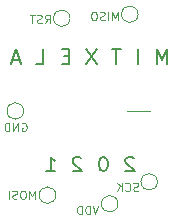
<source format=gbo>
G04 #@! TF.GenerationSoftware,KiCad,Pcbnew,(5.1.8)-1*
G04 #@! TF.CreationDate,2021-06-14T15:46:15+01:00*
G04 #@! TF.ProjectId,amulet,616d756c-6574-42e6-9b69-6361645f7063,rev?*
G04 #@! TF.SameCoordinates,Original*
G04 #@! TF.FileFunction,Legend,Bot*
G04 #@! TF.FilePolarity,Positive*
%FSLAX46Y46*%
G04 Gerber Fmt 4.6, Leading zero omitted, Abs format (unit mm)*
G04 Created by KiCad (PCBNEW (5.1.8)-1) date 2021-06-14 15:46:15*
%MOMM*%
%LPD*%
G01*
G04 APERTURE LIST*
%ADD10C,0.200000*%
%ADD11C,0.120000*%
%ADD12C,0.100000*%
G04 APERTURE END LIST*
D10*
X103714285Y-104007142D02*
X103652380Y-103950000D01*
X103528571Y-103892857D01*
X103219047Y-103892857D01*
X103095238Y-103950000D01*
X103033333Y-104007142D01*
X102971428Y-104121428D01*
X102971428Y-104235714D01*
X103033333Y-104407142D01*
X103776190Y-105092857D01*
X102971428Y-105092857D01*
X101176190Y-103892857D02*
X101052380Y-103892857D01*
X100928571Y-103950000D01*
X100866666Y-104007142D01*
X100804761Y-104121428D01*
X100742857Y-104350000D01*
X100742857Y-104635714D01*
X100804761Y-104864285D01*
X100866666Y-104978571D01*
X100928571Y-105035714D01*
X101052380Y-105092857D01*
X101176190Y-105092857D01*
X101300000Y-105035714D01*
X101361904Y-104978571D01*
X101423809Y-104864285D01*
X101485714Y-104635714D01*
X101485714Y-104350000D01*
X101423809Y-104121428D01*
X101361904Y-104007142D01*
X101300000Y-103950000D01*
X101176190Y-103892857D01*
X99257142Y-104007142D02*
X99195238Y-103950000D01*
X99071428Y-103892857D01*
X98761904Y-103892857D01*
X98638095Y-103950000D01*
X98576190Y-104007142D01*
X98514285Y-104121428D01*
X98514285Y-104235714D01*
X98576190Y-104407142D01*
X99319047Y-105092857D01*
X98514285Y-105092857D01*
X96285714Y-105092857D02*
X97028571Y-105092857D01*
X96657142Y-105092857D02*
X96657142Y-103892857D01*
X96780952Y-104064285D01*
X96904761Y-104178571D01*
X97028571Y-104235714D01*
X106500000Y-95992857D02*
X106500000Y-94792857D01*
X106066666Y-95650000D01*
X105633333Y-94792857D01*
X105633333Y-95992857D01*
X104023809Y-95992857D02*
X104023809Y-94792857D01*
X102600000Y-94792857D02*
X101857142Y-94792857D01*
X102228571Y-95992857D02*
X102228571Y-94792857D01*
X100557142Y-94792857D02*
X99690476Y-95992857D01*
X99690476Y-94792857D02*
X100557142Y-95992857D01*
X98204761Y-95364285D02*
X97771428Y-95364285D01*
X97585714Y-95992857D02*
X98204761Y-95992857D01*
X98204761Y-94792857D01*
X97585714Y-94792857D01*
X95419047Y-95992857D02*
X96038095Y-95992857D01*
X96038095Y-94792857D01*
X94057142Y-95650000D02*
X93438095Y-95650000D01*
X94180952Y-95992857D02*
X93747619Y-94792857D01*
X93314285Y-95992857D01*
D11*
X103090000Y-100000000D02*
X105090000Y-100000000D01*
G04 #@! TO.C,TP9*
X97090000Y-107130000D02*
G75*
G03*
X97090000Y-107130000I-700000J0D01*
G01*
G04 #@! TO.C,TP8*
X104060000Y-91810000D02*
G75*
G03*
X104060000Y-91810000I-700000J0D01*
G01*
G04 #@! TO.C,TP7*
X105700000Y-106000000D02*
G75*
G03*
X105700000Y-106000000I-700000J0D01*
G01*
G04 #@! TO.C,TP6*
X102360000Y-107860000D02*
G75*
G03*
X102360000Y-107860000I-700000J0D01*
G01*
G04 #@! TO.C,TP5*
X94360000Y-100000000D02*
G75*
G03*
X94360000Y-100000000I-700000J0D01*
G01*
G04 #@! TO.C,TP4*
X98300000Y-92150000D02*
G75*
G03*
X98300000Y-92150000I-700000J0D01*
G01*
G04 #@! TO.C,TP9*
D12*
X95320000Y-107436666D02*
X95320000Y-106736666D01*
X95086666Y-107236666D01*
X94853333Y-106736666D01*
X94853333Y-107436666D01*
X94386666Y-106736666D02*
X94253333Y-106736666D01*
X94186666Y-106770000D01*
X94120000Y-106836666D01*
X94086666Y-106970000D01*
X94086666Y-107203333D01*
X94120000Y-107336666D01*
X94186666Y-107403333D01*
X94253333Y-107436666D01*
X94386666Y-107436666D01*
X94453333Y-107403333D01*
X94520000Y-107336666D01*
X94553333Y-107203333D01*
X94553333Y-106970000D01*
X94520000Y-106836666D01*
X94453333Y-106770000D01*
X94386666Y-106736666D01*
X93820000Y-107403333D02*
X93720000Y-107436666D01*
X93553333Y-107436666D01*
X93486666Y-107403333D01*
X93453333Y-107370000D01*
X93420000Y-107303333D01*
X93420000Y-107236666D01*
X93453333Y-107170000D01*
X93486666Y-107136666D01*
X93553333Y-107103333D01*
X93686666Y-107070000D01*
X93753333Y-107036666D01*
X93786666Y-107003333D01*
X93820000Y-106936666D01*
X93820000Y-106870000D01*
X93786666Y-106803333D01*
X93753333Y-106770000D01*
X93686666Y-106736666D01*
X93520000Y-106736666D01*
X93420000Y-106770000D01*
X93120000Y-107436666D02*
X93120000Y-106736666D01*
G04 #@! TO.C,TP8*
X102330000Y-92306666D02*
X102330000Y-91606666D01*
X102096666Y-92106666D01*
X101863333Y-91606666D01*
X101863333Y-92306666D01*
X101530000Y-92306666D02*
X101530000Y-91606666D01*
X101230000Y-92273333D02*
X101130000Y-92306666D01*
X100963333Y-92306666D01*
X100896666Y-92273333D01*
X100863333Y-92240000D01*
X100830000Y-92173333D01*
X100830000Y-92106666D01*
X100863333Y-92040000D01*
X100896666Y-92006666D01*
X100963333Y-91973333D01*
X101096666Y-91940000D01*
X101163333Y-91906666D01*
X101196666Y-91873333D01*
X101230000Y-91806666D01*
X101230000Y-91740000D01*
X101196666Y-91673333D01*
X101163333Y-91640000D01*
X101096666Y-91606666D01*
X100930000Y-91606666D01*
X100830000Y-91640000D01*
X100396666Y-91606666D02*
X100263333Y-91606666D01*
X100196666Y-91640000D01*
X100130000Y-91706666D01*
X100096666Y-91840000D01*
X100096666Y-92073333D01*
X100130000Y-92206666D01*
X100196666Y-92273333D01*
X100263333Y-92306666D01*
X100396666Y-92306666D01*
X100463333Y-92273333D01*
X100530000Y-92206666D01*
X100563333Y-92073333D01*
X100563333Y-91840000D01*
X100530000Y-91706666D01*
X100463333Y-91640000D01*
X100396666Y-91606666D01*
G04 #@! TO.C,TP7*
X104070000Y-106733333D02*
X103970000Y-106766666D01*
X103803333Y-106766666D01*
X103736666Y-106733333D01*
X103703333Y-106700000D01*
X103670000Y-106633333D01*
X103670000Y-106566666D01*
X103703333Y-106500000D01*
X103736666Y-106466666D01*
X103803333Y-106433333D01*
X103936666Y-106400000D01*
X104003333Y-106366666D01*
X104036666Y-106333333D01*
X104070000Y-106266666D01*
X104070000Y-106200000D01*
X104036666Y-106133333D01*
X104003333Y-106100000D01*
X103936666Y-106066666D01*
X103770000Y-106066666D01*
X103670000Y-106100000D01*
X102970000Y-106700000D02*
X103003333Y-106733333D01*
X103103333Y-106766666D01*
X103170000Y-106766666D01*
X103270000Y-106733333D01*
X103336666Y-106666666D01*
X103370000Y-106600000D01*
X103403333Y-106466666D01*
X103403333Y-106366666D01*
X103370000Y-106233333D01*
X103336666Y-106166666D01*
X103270000Y-106100000D01*
X103170000Y-106066666D01*
X103103333Y-106066666D01*
X103003333Y-106100000D01*
X102970000Y-106133333D01*
X102670000Y-106766666D02*
X102670000Y-106066666D01*
X102270000Y-106766666D02*
X102570000Y-106366666D01*
X102270000Y-106066666D02*
X102670000Y-106466666D01*
G04 #@! TO.C,TP6*
X100683333Y-108036666D02*
X100450000Y-108736666D01*
X100216666Y-108036666D01*
X99983333Y-108736666D02*
X99983333Y-108036666D01*
X99816666Y-108036666D01*
X99716666Y-108070000D01*
X99650000Y-108136666D01*
X99616666Y-108203333D01*
X99583333Y-108336666D01*
X99583333Y-108436666D01*
X99616666Y-108570000D01*
X99650000Y-108636666D01*
X99716666Y-108703333D01*
X99816666Y-108736666D01*
X99983333Y-108736666D01*
X99283333Y-108736666D02*
X99283333Y-108036666D01*
X99116666Y-108036666D01*
X99016666Y-108070000D01*
X98950000Y-108136666D01*
X98916666Y-108203333D01*
X98883333Y-108336666D01*
X98883333Y-108436666D01*
X98916666Y-108570000D01*
X98950000Y-108636666D01*
X99016666Y-108703333D01*
X99116666Y-108736666D01*
X99283333Y-108736666D01*
G04 #@! TO.C,TP5*
X94233333Y-101050000D02*
X94300000Y-101016666D01*
X94400000Y-101016666D01*
X94500000Y-101050000D01*
X94566666Y-101116666D01*
X94600000Y-101183333D01*
X94633333Y-101316666D01*
X94633333Y-101416666D01*
X94600000Y-101550000D01*
X94566666Y-101616666D01*
X94500000Y-101683333D01*
X94400000Y-101716666D01*
X94333333Y-101716666D01*
X94233333Y-101683333D01*
X94200000Y-101650000D01*
X94200000Y-101416666D01*
X94333333Y-101416666D01*
X93900000Y-101716666D02*
X93900000Y-101016666D01*
X93500000Y-101716666D01*
X93500000Y-101016666D01*
X93166666Y-101716666D02*
X93166666Y-101016666D01*
X93000000Y-101016666D01*
X92900000Y-101050000D01*
X92833333Y-101116666D01*
X92800000Y-101183333D01*
X92766666Y-101316666D01*
X92766666Y-101416666D01*
X92800000Y-101550000D01*
X92833333Y-101616666D01*
X92900000Y-101683333D01*
X93000000Y-101716666D01*
X93166666Y-101716666D01*
G04 #@! TO.C,TP4*
X96163333Y-92556666D02*
X96396666Y-92223333D01*
X96563333Y-92556666D02*
X96563333Y-91856666D01*
X96296666Y-91856666D01*
X96230000Y-91890000D01*
X96196666Y-91923333D01*
X96163333Y-91990000D01*
X96163333Y-92090000D01*
X96196666Y-92156666D01*
X96230000Y-92190000D01*
X96296666Y-92223333D01*
X96563333Y-92223333D01*
X95896666Y-92523333D02*
X95796666Y-92556666D01*
X95630000Y-92556666D01*
X95563333Y-92523333D01*
X95530000Y-92490000D01*
X95496666Y-92423333D01*
X95496666Y-92356666D01*
X95530000Y-92290000D01*
X95563333Y-92256666D01*
X95630000Y-92223333D01*
X95763333Y-92190000D01*
X95830000Y-92156666D01*
X95863333Y-92123333D01*
X95896666Y-92056666D01*
X95896666Y-91990000D01*
X95863333Y-91923333D01*
X95830000Y-91890000D01*
X95763333Y-91856666D01*
X95596666Y-91856666D01*
X95496666Y-91890000D01*
X95296666Y-91856666D02*
X94896666Y-91856666D01*
X95096666Y-92556666D02*
X95096666Y-91856666D01*
G04 #@! TD*
M02*

</source>
